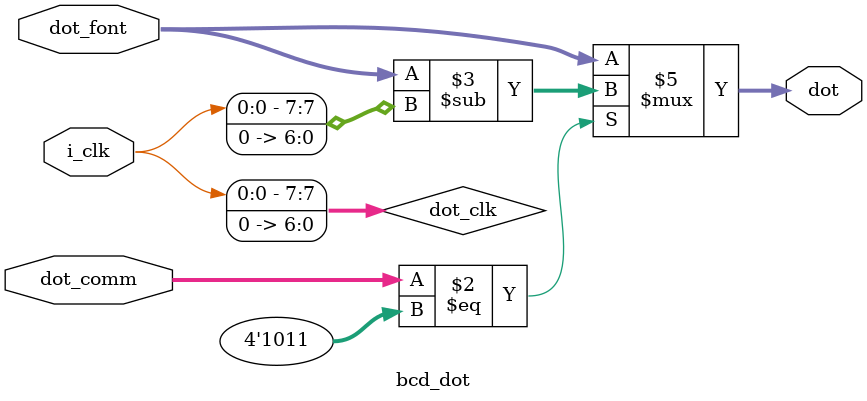
<source format=v>
`timescale 1ns / 1ps

module fnd_controller (
    input clk,
    input reset,
    input sw_mode,
    input [6:0] msec,
    input [5:0] sec,
    input [5:0] min,
    input [4:0] hour,
    output [7:0] fnd_font,
    output [3:0] fnd_comm
);
    // 10000진 카운터
    // 0~9999 -> 몇 비트로 처리해야 하는가? -> log2(9999)
    // $clog2())-1:0
    // assign seg_comm = 4'b1110;  // segment 0의 자리 on, seg는 anode type

    wire [3:0] w_digit_msec_1, w_digit_msec_10;
    wire [3:0] w_digit_sec_1, w_digit_sec_10;
    wire [3:0] w_digit_min_1, w_digit_min_10;
    wire [3:0] w_digit_hour_1, w_digit_hour_10;
    wire [3:0] w_bcd;
    wire [2:0] w_seg_sel;
    wire w_clk_100hz, w_clk_dot; 
    wire [7:0] w_fnd_font;
    wire [3:0] w_msec_sec, w_min_hour;

    clk_divider U_Clk_Divider (
        .clk  (clk),
        .reset(reset),
        .o_clk(w_clk_100hz)
    );

    clk_dot_divider U_dot_divider (
        .clk(clk),
        .reset(reset),
        .o_clk(w_clk_dot)
    );

    counter_8 U_counter_8 (
        .clk  (w_clk_100hz),
        .reset(reset),
        .o_sel(w_seg_sel)
    );
    
    decoder_3x8 U_decoder_3x8 (
        .seg_sel (w_seg_sel),
        .fnd_comm(fnd_comm)
    );

    digit_splitter #(.BIT_WIDTH(7)) U_Msec_ds (
        .bcd(msec),
        .digit_1(w_digit_msec_1),
        .digit_10(w_digit_msec_10)
    );
    digit_splitter #(.BIT_WIDTH(6)) U_Sec_ds (
        .bcd(sec),
        .digit_1(w_digit_sec_1),
        .digit_10(w_digit_sec_10)
    );
    digit_splitter #(.BIT_WIDTH(6)) U_Min_ds (
        .bcd(min),
        .digit_1(w_digit_min_1),
        .digit_10(w_digit_min_10)
    );
    digit_splitter #(.BIT_WIDTH(5)) U_Hour_ds (
        .bcd(hour),
        .digit_1(w_digit_hour_1),
        .digit_10(w_digit_hour_10)
    );
    MUX_8X1 U_Mux_8x1_ms (
        .sel(w_seg_sel),
        .x0(w_digit_msec_1),
        .x1(w_digit_msec_10),
        .x2(w_digit_sec_1),
        .x3(w_digit_sec_10),
        .x4(4'hf),
        .x5(4'hf),
        .x6(4'hf),
        .x7(4'hf),
        .y(w_msec_sec)
    );
    MUX_8X1 U_Mux_8x1_mh (
        .sel(w_seg_sel),
        .x0(w_digit_min_1),
        .x1(w_digit_min_10),
        .x2(w_digit_hour_1),
        .x3(w_digit_hour_10),
        .x4(4'hf),
        .x5(4'hf),
        .x6(4'hf),
        .x7(4'hf),
        .y(w_min_hour)
    );
    MUX_2X1 U_mux_2x1 (
        .sw_mode(sw_mode),
        .msec_sec(w_msec_sec),
        .min_hour(w_min_hour),
        .bcd(w_bcd)
    );
    
    bcdtoseg U_bcdtoseg (
        .bcd(w_bcd),
        .fnd_font(w_fnd_font)
    );
    bcd_dot U_bcd_dot (
        .i_clk(w_clk_dot),
        .dot_font(w_fnd_font),
        .dot_comm(fnd_comm),
        .dot(fnd_font)
    );
endmodule


module clk_divider (
    input  clk,
    input  reset,
    output o_clk
);

    // reg [19:0] r_counter;
    parameter FCOUNT = 200_000 ;
    reg [$clog2(FCOUNT)-1:0] r_counter;  //$clog2 : 수의 필요한 비트수 계산
    reg r_clk;
    assign o_clk = r_clk;

    always @(posedge clk, posedge reset) begin
        if (reset) begin
            r_counter <= 0;  // 리셋상태
            r_clk <= 1'b0;
        end else begin
            // clock divide 계산, 100Mhz -> 100hz
            if (r_counter == FCOUNT - 1) begin
                r_counter <= 0;
                r_clk <= 1'b1;  // r_clk : 0->1
            end else begin
                r_counter <= r_counter + 1;
                r_clk <= 1'b0;  // r_clk : 1->0, 0->0 : 0으로 유지
            end
        end
    end

endmodule

module clk_dot_divider (
    input  clk,
    input  reset,
    output o_clk
);

    // reg [19:0] r_counter;
    parameter FCOUNT = 50_000_000;
    reg [$clog2(FCOUNT)-1:0] r_counter;  //$clog2 : 수의 필요한 비트수 계산
    reg r_clk;
    assign o_clk = r_clk;

    always @(posedge clk, posedge reset) begin
        if (reset) begin
            r_counter <= 0;  // 리셋상태
            r_clk <= 1'b0;
        end else begin
            // clock divide 계산, 100Mhz -> 100hz
            if (r_counter == FCOUNT - 1) begin
                r_counter <= 0;
                r_clk <= 1'b1;
            end else if(r_counter == FCOUNT/2 - 1) begin
                r_counter <= r_counter + 1;
                r_clk <= 0;
            end
            else begin
                r_counter <= r_counter + 1;
            end
        end
    end

endmodule
    
module counter_8 (
    input clk,
    input reset,
    output [2:0] o_sel
);
    reg [2:0] r_counter;
    assign o_sel = r_counter;

    always @(posedge clk, posedge reset) begin
        if (reset) begin
            r_counter <= 0;
        end else begin
            r_counter <= r_counter + 1;
        end
    end

endmodule


module decoder_3x8 (
    input [2:0] seg_sel,
    output reg [3:0] fnd_comm
);

    // 3x8 decoder
    always @(seg_sel) begin  // * : 모든 입력을 감시한다
        case (seg_sel)
            3'b000:   fnd_comm = 4'b1110;
            3'b001:   fnd_comm = 4'b1101;
            3'b010:   fnd_comm = 4'b1011;
            3'b011:   fnd_comm = 4'b0111;
            3'b100:   fnd_comm = 4'b1110;
            3'b101:   fnd_comm = 4'b1101;
            3'b110:   fnd_comm = 4'b1011;
            3'b111:   fnd_comm = 4'b0111;
            default: fnd_comm = 4'b1111;
        endcase
    end

endmodule

module digit_splitter #(parameter BIT_WIDTH = 7) (
    input  [BIT_WIDTH-1:0] bcd,
    output [3:0] digit_1,
    output [3:0] digit_10
);
    assign digit_1 = bcd % 10;
    assign digit_10 = bcd / 10 % 10;

endmodule

module MUX_8X1 (
    input [2:0] sel,
    input [3:0] x0,
    input [3:0] x1,
    input [3:0] x2,
    input [3:0] x3,
    input [3:0] x4,
    input [3:0] x5,
    input [3:0] x6,
    input [3:0] x7,
    output reg [3:0] y
);
    
    always @(*) begin
        case (sel)
           3'b000 : y = x0;
           3'b001 : y = x1;
           3'b010 : y = x2;
           3'b011 : y = x3;
           3'b100 : y = x4;
           3'b101 : y = x5;
           3'b110 : y = x6;
           3'b111 : y = x7;
            default: y = 4'hf;
        endcase
    end
endmodule

module MUX_2X1 (
    input sw_mode,
    input [3:0] msec_sec,
    input [3:0] min_hour,
    output reg [3:0] bcd
);
    always @(*) begin
        case (sw_mode)
          1'b0 : bcd = msec_sec;
          1'b1 : bcd = min_hour;
            default: bcd = 4'hf;
        endcase
    end
endmodule

module bcdtoseg (
    input [3:0] bcd,  // [3:0] sum 값
    output reg [7:0] fnd_font  // reg type 지정 (default: wire)
);
    // always 구문은 출력으로 wire X, reg type을 가져야 한다
    always @(bcd) begin     // 항상 @(이벤트 대상) 감시. begin부터 end를 실행

        case (bcd)  // if문
            4'h0: fnd_font = 8'hC0;
            4'h1: fnd_font = 8'hF9;
            4'h2: fnd_font = 8'hA4;
            4'h3: fnd_font = 8'hB0;
            4'h4: fnd_font = 8'h99;
            4'h5: fnd_font = 8'h92;
            4'h6: fnd_font = 8'h82;
            4'h7: fnd_font = 8'hF8;
            4'h8: fnd_font = 8'h80;
            4'h9: fnd_font = 8'h90;
            4'hA: fnd_font = 8'h88;
            4'hB: fnd_font = 8'h83;
            4'hC: fnd_font = 8'hC6;
            4'hD: fnd_font = 8'hA1;
            4'hE: fnd_font = 8'h86;
            4'hF: fnd_font = 8'hff;
            default: fnd_font = 8'hff;
        endcase
    end
endmodule

module bcd_dot (
    input i_clk,
    input [3:0] dot_comm,
    input [7:0] dot_font,
    output reg [7:0] dot
);
    wire [7:0] dot_clk;
    assign dot_clk = {i_clk ,7'b0};
    

    always @(*) begin
        if (dot_comm == 4'b1011) begin
            dot = dot_font - dot_clk;
        end else begin
            dot = dot_font;
        end       
    end  
endmodule



</source>
